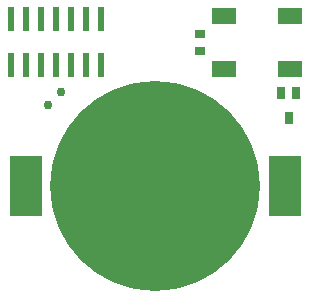
<source format=gbs>
%FSLAX24Y24*%
%MOIN*%
G70*
G01*
G75*
G04 Layer_Color=16776960*
G04:AMPARAMS|DCode=10|XSize=15.7mil|YSize=43.3mil|CornerRadius=0mil|HoleSize=0mil|Usage=FLASHONLY|Rotation=315.000|XOffset=0mil|YOffset=0mil|HoleType=Round|Shape=Rectangle|*
%AMROTATEDRECTD10*
4,1,4,-0.0209,-0.0097,0.0097,0.0209,0.0209,0.0097,-0.0097,-0.0209,-0.0209,-0.0097,0.0*
%
%ADD10ROTATEDRECTD10*%

G04:AMPARAMS|DCode=11|XSize=102mil|YSize=59mil|CornerRadius=0mil|HoleSize=0mil|Usage=FLASHONLY|Rotation=315.000|XOffset=0mil|YOffset=0mil|HoleType=Round|Shape=Rectangle|*
%AMROTATEDRECTD11*
4,1,4,-0.0569,0.0152,-0.0152,0.0569,0.0569,-0.0152,0.0152,-0.0569,-0.0569,0.0152,0.0*
%
%ADD11ROTATEDRECTD11*%

%ADD12R,0.1020X0.0590*%
G04:AMPARAMS|DCode=13|XSize=102mil|YSize=59mil|CornerRadius=0mil|HoleSize=0mil|Usage=FLASHONLY|Rotation=45.000|XOffset=0mil|YOffset=0mil|HoleType=Round|Shape=Rectangle|*
%AMROTATEDRECTD13*
4,1,4,-0.0152,-0.0569,-0.0569,-0.0152,0.0152,0.0569,0.0569,0.0152,-0.0152,-0.0569,0.0*
%
%ADD13ROTATEDRECTD13*%

%ADD14R,0.0590X0.1020*%
%ADD15R,0.0270X0.0350*%
G04:AMPARAMS|DCode=16|XSize=27mil|YSize=35mil|CornerRadius=0mil|HoleSize=0mil|Usage=FLASHONLY|Rotation=45.000|XOffset=0mil|YOffset=0mil|HoleType=Round|Shape=Rectangle|*
%AMROTATEDRECTD16*
4,1,4,0.0028,-0.0219,-0.0219,0.0028,-0.0028,0.0219,0.0219,-0.0028,0.0028,-0.0219,0.0*
%
%ADD16ROTATEDRECTD16*%

%ADD17R,0.0350X0.0270*%
G04:AMPARAMS|DCode=18|XSize=27mil|YSize=35mil|CornerRadius=0mil|HoleSize=0mil|Usage=FLASHONLY|Rotation=135.000|XOffset=0mil|YOffset=0mil|HoleType=Round|Shape=Rectangle|*
%AMROTATEDRECTD18*
4,1,4,0.0219,0.0028,-0.0028,-0.0219,-0.0219,-0.0028,0.0028,0.0219,0.0219,0.0028,0.0*
%
%ADD18ROTATEDRECTD18*%

%ADD19C,0.0197*%
%ADD20C,0.0070*%
%ADD21C,0.0100*%
%ADD22C,0.0700*%
%ADD23C,0.0300*%
%ADD24R,0.0315X0.0433*%
%ADD25R,0.0800X0.0550*%
%ADD26C,0.7000*%
%ADD27R,0.1098X0.2000*%
%ADD28R,0.0248X0.0787*%
%ADD29C,0.0060*%
G04:AMPARAMS|DCode=30|XSize=21.7mil|YSize=54.1mil|CornerRadius=0mil|HoleSize=0mil|Usage=FLASHONLY|Rotation=315.000|XOffset=0mil|YOffset=0mil|HoleType=Round|Shape=Rectangle|*
%AMROTATEDRECTD30*
4,1,4,-0.0268,-0.0115,0.0115,0.0268,0.0268,0.0115,-0.0115,-0.0268,-0.0268,-0.0115,0.0*
%
%ADD30ROTATEDRECTD30*%

G04:AMPARAMS|DCode=31|XSize=22.6mil|YSize=20.7mil|CornerRadius=0mil|HoleSize=0mil|Usage=FLASHONLY|Rotation=315.000|XOffset=0mil|YOffset=0mil|HoleType=Round|Shape=Rectangle|*
%AMROTATEDRECTD31*
4,1,4,-0.0153,0.0007,-0.0007,0.0153,0.0153,-0.0007,0.0007,-0.0153,-0.0153,0.0007,0.0*
%
%ADD31ROTATEDRECTD31*%

G04:AMPARAMS|DCode=32|XSize=22.6mil|YSize=20.7mil|CornerRadius=0mil|HoleSize=0mil|Usage=FLASHONLY|Rotation=135.000|XOffset=0mil|YOffset=0mil|HoleType=Round|Shape=Rectangle|*
%AMROTATEDRECTD32*
4,1,4,0.0153,-0.0007,0.0007,-0.0153,-0.0153,0.0007,-0.0007,0.0153,0.0153,-0.0007,0.0*
%
%ADD32ROTATEDRECTD32*%

%ADD33R,0.0226X0.0207*%
%ADD34R,0.0226X0.0207*%
G04:AMPARAMS|DCode=35|XSize=22.6mil|YSize=20.7mil|CornerRadius=0mil|HoleSize=0mil|Usage=FLASHONLY|Rotation=45.000|XOffset=0mil|YOffset=0mil|HoleType=Round|Shape=Rectangle|*
%AMROTATEDRECTD35*
4,1,4,-0.0007,-0.0153,-0.0153,-0.0007,0.0007,0.0153,0.0153,0.0007,-0.0007,-0.0153,0.0*
%
%ADD35ROTATEDRECTD35*%

G04:AMPARAMS|DCode=36|XSize=22.6mil|YSize=20.7mil|CornerRadius=0mil|HoleSize=0mil|Usage=FLASHONLY|Rotation=225.000|XOffset=0mil|YOffset=0mil|HoleType=Round|Shape=Rectangle|*
%AMROTATEDRECTD36*
4,1,4,0.0007,0.0153,0.0153,0.0007,-0.0007,-0.0153,-0.0153,-0.0007,0.0007,0.0153,0.0*
%
%ADD36ROTATEDRECTD36*%

%ADD37R,0.0207X0.0226*%
%ADD38R,0.0207X0.0226*%
D17*
X6730Y8690D02*
D03*
X6730Y9270D02*
D03*
D23*
X2092Y7322D02*
D03*
X1668Y6898D02*
D03*
D24*
X9680Y6457D02*
D03*
X9424Y7283D02*
D03*
X9936D02*
D03*
D25*
X9720Y9865D02*
D03*
X7520D02*
D03*
X9720Y8095D02*
D03*
X7520D02*
D03*
D26*
X5240Y4200D02*
D03*
D27*
X915D02*
D03*
X9565D02*
D03*
D28*
X3430Y8232D02*
D03*
X2930D02*
D03*
X2430D02*
D03*
X1930D02*
D03*
X1430D02*
D03*
X930D02*
D03*
X430D02*
D03*
X3430Y9768D02*
D03*
X2930D02*
D03*
X2430D02*
D03*
X1930D02*
D03*
X1430D02*
D03*
X930D02*
D03*
X430D02*
D03*
M02*

</source>
